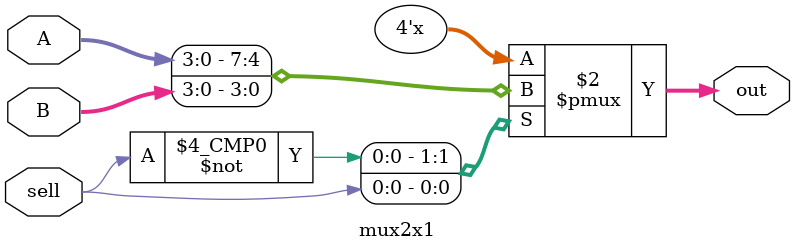
<source format=v>
module mux2x1(A,B,sell,out);
	input [3:0]A,B;
	inout sell;
	output reg [3:0]out;
	
always @(*)
	begin
	  case(sell)
		  0 : out = A;
		  1 : out = B;
		  default : out = 1'bx;
	  endcase
	end
endmodule 

</source>
